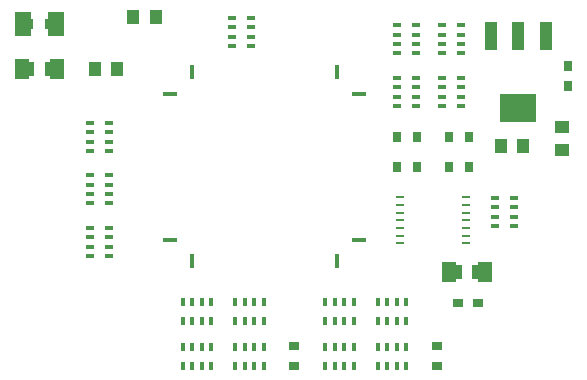
<source format=gtp>
G04 DipTrace 3.3.1.1*
G04 TopPaste.gtp*
%MOIN*%
G04 #@! TF.FileFunction,Paste,Top*
G04 #@! TF.Part,Single*
%ADD75R,0.051181X0.070866*%
%ADD77R,0.122126X0.092126*%
%ADD79R,0.042126X0.092126*%
%ADD81R,0.031496X0.005906*%
%ADD83R,0.004724X0.051181*%
%ADD85R,0.017323X0.051181*%
%ADD87R,0.051181X0.004724*%
%ADD89R,0.051181X0.017323*%
%ADD91R,0.011811X0.027559*%
%ADD99R,0.027559X0.011811*%
%ADD103R,0.055118X0.07874*%
%ADD105R,0.035433X0.031496*%
%ADD107R,0.031496X0.035433*%
%ADD109R,0.051181X0.043307*%
%ADD111R,0.043307X0.051181*%
%FSLAX26Y26*%
G04*
G70*
G90*
G75*
G01*
G04 TopPaste*
%LPD*%
D111*
X690675Y1443701D3*
X765478D3*
X893602Y1618701D3*
X818799D3*
X2118701Y1187451D3*
X2043898D3*
D109*
X2249951Y1249950D3*
Y1175147D3*
D107*
X2268701Y1387451D3*
Y1454381D3*
D105*
X1900861Y665576D3*
X1967790D3*
D107*
X472736Y1593701D3*
X539665D3*
D103*
X451083D3*
X561319D3*
D99*
X674705Y915945D3*
Y884449D3*
Y852953D3*
Y821457D3*
X737697D3*
Y852953D3*
Y884449D3*
Y915945D3*
X674705Y1090945D3*
Y1059449D3*
Y1027953D3*
Y996457D3*
X737697D3*
Y1027953D3*
Y1059449D3*
Y1090945D3*
X674705Y1265945D3*
Y1234449D3*
Y1202953D3*
Y1171457D3*
X737697D3*
Y1202953D3*
Y1234449D3*
Y1265945D3*
X1212697Y1521457D3*
Y1552953D3*
Y1584449D3*
Y1615945D3*
X1149705D3*
Y1584449D3*
Y1552953D3*
Y1521457D3*
D107*
X1697736Y1218701D3*
X1764665D3*
X1697736Y1118701D3*
X1764665D3*
X1872736D3*
X1939665D3*
Y1218701D3*
X1872736D3*
D105*
X1356201Y453987D3*
Y520916D3*
X1831201Y453987D3*
Y520916D3*
D99*
X2024705Y1015945D3*
Y984449D3*
Y952953D3*
Y921457D3*
X2087697D3*
Y952953D3*
Y984449D3*
Y1015945D3*
X1699705Y1590945D3*
Y1559449D3*
Y1527953D3*
Y1496457D3*
X1762697D3*
Y1527953D3*
Y1559449D3*
Y1590945D3*
X1849705D3*
Y1559449D3*
Y1527953D3*
Y1496457D3*
X1912697D3*
Y1527953D3*
Y1559449D3*
Y1590945D3*
X1699705Y1415945D3*
Y1384449D3*
Y1352953D3*
Y1321457D3*
X1762697D3*
Y1352953D3*
Y1384449D3*
Y1415945D3*
X1849705D3*
Y1384449D3*
Y1352953D3*
Y1321457D3*
X1912697D3*
Y1352953D3*
Y1384449D3*
Y1415945D3*
D91*
X1078445Y668946D3*
X1046949D3*
X1015453D3*
X983957D3*
Y605954D3*
X1015453D3*
X1046949D3*
X1078445D3*
Y518948D3*
X1046949D3*
X1015453D3*
X983957D3*
Y455955D3*
X1015453D3*
X1046949D3*
X1078445D3*
X1253445Y668946D3*
X1221949D3*
X1190453D3*
X1158957D3*
Y605954D3*
X1190453D3*
X1221949D3*
X1253445D3*
Y518948D3*
X1221949D3*
X1190453D3*
X1158957D3*
Y455955D3*
X1190453D3*
X1221949D3*
X1253445D3*
X1553445Y668946D3*
X1521949D3*
X1490453D3*
X1458957D3*
Y605954D3*
X1490453D3*
X1521949D3*
X1553445D3*
Y518948D3*
X1521949D3*
X1490453D3*
X1458957D3*
Y455955D3*
X1490453D3*
X1521949D3*
X1553445D3*
X1728445Y668946D3*
X1696949D3*
X1665453D3*
X1633957D3*
Y605954D3*
X1665453D3*
X1696949D3*
X1728445D3*
Y518948D3*
X1696949D3*
X1665453D3*
X1633957D3*
Y455955D3*
X1665453D3*
X1696949D3*
X1728445D3*
D89*
X941240Y1361220D3*
D87*
Y1335236D3*
Y1315551D3*
Y1295866D3*
Y1276181D3*
Y1256496D3*
Y1236811D3*
Y1217126D3*
Y1197441D3*
Y1177756D3*
Y1158071D3*
Y1138386D3*
Y1118701D3*
Y1099016D3*
Y1079331D3*
Y1059646D3*
Y1039961D3*
Y1020276D3*
Y1000591D3*
Y980906D3*
Y961220D3*
Y941535D3*
Y921850D3*
Y902165D3*
D89*
Y876181D3*
D85*
X1013681Y803740D3*
D83*
X1039665D3*
X1059350D3*
X1079035D3*
X1098720D3*
X1118406D3*
X1138091D3*
X1157776D3*
X1177461D3*
X1197146D3*
X1216831D3*
X1236516D3*
X1256201D3*
X1275886D3*
X1295571D3*
X1315256D3*
X1334941D3*
X1354626D3*
X1374311D3*
X1393996D3*
X1413681D3*
X1433366D3*
X1453051D3*
X1472736D3*
D85*
X1498720D3*
D89*
X1571161Y876181D3*
D87*
Y902165D3*
Y921850D3*
Y941535D3*
Y961220D3*
Y980906D3*
Y1000591D3*
Y1020276D3*
Y1039961D3*
Y1059646D3*
Y1079331D3*
Y1099016D3*
Y1118701D3*
Y1138386D3*
Y1158071D3*
Y1177756D3*
Y1197441D3*
Y1217126D3*
Y1236811D3*
Y1256496D3*
Y1276181D3*
Y1295866D3*
Y1315551D3*
Y1335236D3*
D89*
Y1361220D3*
D85*
X1498720Y1433661D3*
D83*
X1472736D3*
X1453051D3*
X1433366D3*
X1413681D3*
X1393996D3*
X1374311D3*
X1354626D3*
X1334941D3*
X1315256D3*
X1295571D3*
X1275886D3*
X1256201D3*
X1236516D3*
X1216831D3*
X1197146D3*
X1177461D3*
X1157776D3*
X1138091D3*
X1118406D3*
X1098720D3*
X1079035D3*
X1059350D3*
X1039665D3*
D85*
X1013681D3*
D81*
X1707480Y1017348D3*
Y991757D3*
Y966167D3*
Y940576D3*
Y914986D3*
Y889395D3*
Y863804D3*
X1929921D3*
Y889395D3*
Y914986D3*
Y940576D3*
Y966167D3*
Y991757D3*
Y1017348D3*
D79*
X2193701Y1556201D3*
X2102701D3*
X2011701D3*
D77*
X2102701Y1315201D3*
D75*
X1872146Y768701D3*
X1990256D3*
D111*
X1893799D3*
X1968602D3*
D75*
X447146Y1443701D3*
X565256D3*
D111*
X468799D3*
X543602D3*
M02*

</source>
